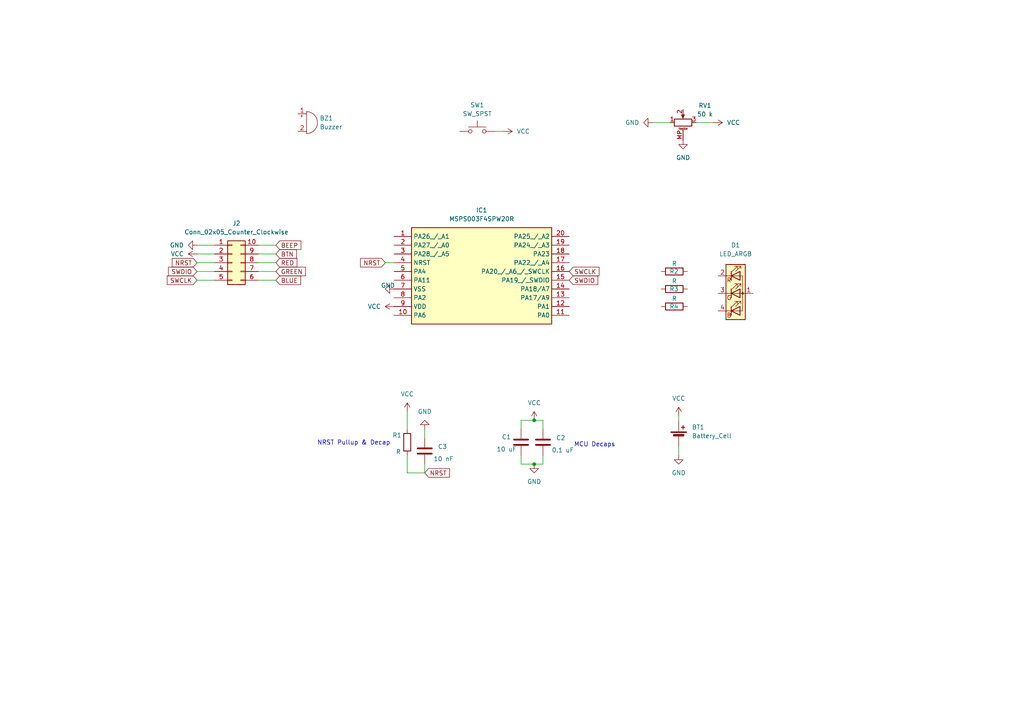
<source format=kicad_sch>
(kicad_sch (version 20231120) (generator "eeschema") (generator_version "8.0")
  (paper "A4")
  (lib_symbols
    (symbol "Connector_Generic:Conn_02x05_Counter_Clockwise" (pin_names (offset 1.016) hide)
      (property "Reference" "J" (at 1.27 7.62 0))
      (property "Value" "Conn_02x05_Counter_Clockwise" (at 1.27 -7.62 0))
      (symbol "Conn_02x05_Counter_Clockwise_1_1"
        (rectangle (start -1.27 -4.953) (end 0 -5.207) (stroke (width 0.1524)))
        (rectangle (start -1.27 -2.413) (end 0 -2.667) (stroke (width 0.1524)))
        (rectangle (start -1.27 0.127) (end 0 -0.127) (stroke (width 0.1524)))
        (rectangle (start -1.27 2.667) (end 0 2.413) (stroke (width 0.1524)))
        (rectangle (start -1.27 5.207) (end 0 4.953) (stroke (width 0.1524)))
        (rectangle (start -1.27 6.35) (end 3.81 -6.35) (stroke (width 0.254)) (fill (type background)))
        (rectangle (start 3.81 -4.953) (end 2.54 -5.207) (stroke (width 0.1524)))
        (rectangle (start 3.81 -2.413) (end 2.54 -2.667) (stroke (width 0.1524)))
        (rectangle (start 3.81 0.127) (end 2.54 -0.127) (stroke (width 0.1524)))
        (rectangle (start 3.81 2.667) (end 2.54 2.413) (stroke (width 0.1524)))
        (rectangle (start 3.81 5.207) (end 2.54 4.953) (stroke (width 0.1524)))
        (pin passive line (at -5.08 5.08 0) (length 3.81) (name "Pin_1") (number "1"))
        (pin passive line (at 7.62 5.08 180) (length 3.81) (name "Pin_10") (number "10"))
        (pin passive line (at -5.08 2.54 0) (length 3.81) (name "Pin_2") (number "2"))
        (pin passive line (at -5.08 0 0) (length 3.81) (name "Pin_3") (number "3"))
        (pin passive line (at -5.08 -2.54 0) (length 3.81) (name "Pin_4") (number "4"))
        (pin passive line (at -5.08 -5.08 0) (length 3.81) (name "Pin_5") (number "5"))
        (pin passive line (at 7.62 -5.08 180) (length 3.81) (name "Pin_6") (number "6"))
        (pin passive line (at 7.62 -2.54 180) (length 3.81) (name "Pin_7") (number "7"))
        (pin passive line (at 7.62 0 180) (length 3.81) (name "Pin_8") (number "8"))
        (pin passive line (at 7.62 2.54 180) (length 3.81) (name "Pin_9") (number "9"))
      )
    )
    (symbol "Device:Battery_Cell" (pin_numbers hide) (pin_names (offset 0) hide)
      (property "Reference" "BT" (at 2.54 2.54 0))
      (property "Value" "Battery_Cell" (at 2.54 0 0))
      (symbol "Battery_Cell_0_1"
        (rectangle (start -2.286 1.778) (end 2.286 1.524) (fill (type outline)))
        (rectangle (start -1.524 1.016) (end 1.524 0.508) (fill (type outline)))
        (polyline (pts (xy 0 0.762) (xy 0 0)))
        (polyline (pts (xy 0 1.778) (xy 0 2.54)))
        (polyline (pts (xy 0.762 3.048) (xy 1.778 3.048)) (stroke (width 0.254)))
        (polyline (pts (xy 1.27 3.556) (xy 1.27 2.54)) (stroke (width 0.254)))
      )
      (symbol "Battery_Cell_1_1"
        (pin passive line (at 0 5.08 270) (length 2.54) (name "+") (number "1"))
        (pin passive line (at 0 -2.54 90) (length 2.54) (name "-") (number "2"))
      )
    )
    (symbol "Device:Buzzer" (pin_names (offset 0.0254) hide)
      (property "Reference" "BZ" (at 3.81 1.27 0))
      (property "Value" "Buzzer" (at 3.81 -1.27 0))
      (symbol "Buzzer_0_1"
        (arc (start 0 -3.175) (mid 3.1612 0) (end 0 3.175))
        (polyline (pts (xy -1.651 1.905) (xy -1.143 1.905)))
        (polyline (pts (xy -1.397 2.159) (xy -1.397 1.651)))
        (polyline (pts (xy 0 3.175) (xy 0 -3.175)))
      )
      (symbol "Buzzer_1_1"
        (pin passive line (at -2.54 2.54 0) (length 2.54) (name "+") (number "1"))
        (pin passive line (at -2.54 -2.54 0) (length 2.54) (name "-") (number "2"))
      )
    )
    (symbol "Device:C" (pin_numbers hide) (pin_names (offset 0.254))
      (property "Reference" "C" (at 0.635 2.54 0))
      (property "Value" "C" (at 0.635 -2.54 0))
      (symbol "C_0_1"
        (polyline (pts (xy -2.032 -0.762) (xy 2.032 -0.762)) (stroke (width 0.508)))
        (polyline (pts (xy -2.032 0.762) (xy 2.032 0.762)) (stroke (width 0.508)))
      )
      (symbol "C_1_1"
        (pin passive line (at 0 3.81 270) (length 2.794) (name "~") (number "1"))
        (pin passive line (at 0 -3.81 90) (length 2.794) (name "~") (number "2"))
      )
    )
    (symbol "Device:LED_ARGB" (pin_names (offset 0) hide)
      (property "Reference" "D" (at 0 9.398 0))
      (property "Value" "LED_ARGB" (at 0 -8.89 0))
      (symbol "LED_ARGB_0_0"
        (text "B" (at -1.905 -6.35 0) (effects (font (size 1.27 1.27))))
        (text "G" (at -1.905 -1.27 0) (effects (font (size 1.27 1.27))))
        (text "R" (at -1.905 3.81 0) (effects (font (size 1.27 1.27))))
      )
      (symbol "LED_ARGB_0_1"
        (polyline (pts (xy -1.27 -5.08) (xy -2.54 -5.08)))
        (polyline (pts (xy -1.27 -5.08) (xy 1.27 -5.08)))
        (polyline (pts (xy -1.27 -3.81) (xy -1.27 -6.35)) (stroke (width 0.254)))
        (polyline (pts (xy -1.27 0) (xy -2.54 0)))
        (polyline (pts (xy -1.27 1.27) (xy -1.27 -1.27)) (stroke (width 0.254)))
        (polyline (pts (xy -1.27 5.08) (xy -2.54 5.08)))
        (polyline (pts (xy -1.27 5.08) (xy 1.27 5.08)))
        (polyline (pts (xy -1.27 6.35) (xy -1.27 3.81)) (stroke (width 0.254)))
        (polyline (pts (xy 1.27 0) (xy -1.27 0)))
        (polyline (pts (xy 1.27 0) (xy 2.54 0)))
        (polyline (pts (xy -1.27 1.27) (xy -1.27 -1.27) (xy -1.27 -1.27)))
        (polyline (pts (xy -1.27 6.35) (xy -1.27 3.81) (xy -1.27 3.81)))
        (polyline (pts (xy 1.27 -5.08) (xy 2.032 -5.08) (xy 2.032 5.08) (xy 1.27 5.08)))
        (polyline (pts (xy 1.27 -3.81) (xy 1.27 -6.35) (xy -1.27 -5.08) (xy 1.27 -3.81)) (stroke (width 0.254)))
        (polyline (pts (xy 1.27 1.27) (xy 1.27 -1.27) (xy -1.27 0) (xy 1.27 1.27)) (stroke (width 0.254)))
        (polyline (pts (xy 1.27 6.35) (xy 1.27 3.81) (xy -1.27 5.08) (xy 1.27 6.35)) (stroke (width 0.254)))
        (polyline (pts (xy -1.016 -3.81) (xy 0.508 -2.286) (xy -0.254 -2.286) (xy 0.508 -2.286) (xy 0.508 -3.048)))
        (polyline (pts (xy -1.016 1.27) (xy 0.508 2.794) (xy -0.254 2.794) (xy 0.508 2.794) (xy 0.508 2.032)))
        (polyline (pts (xy -1.016 6.35) (xy 0.508 7.874) (xy -0.254 7.874) (xy 0.508 7.874) (xy 0.508 7.112)))
        (polyline (pts (xy 0 -3.81) (xy 1.524 -2.286) (xy 0.762 -2.286) (xy 1.524 -2.286) (xy 1.524 -3.048)))
        (polyline (pts (xy 0 1.27) (xy 1.524 2.794) (xy 0.762 2.794) (xy 1.524 2.794) (xy 1.524 2.032)))
        (polyline (pts (xy 0 6.35) (xy 1.524 7.874) (xy 0.762 7.874) (xy 1.524 7.874) (xy 1.524 7.112)))
        (rectangle (start 1.27 -1.27) (end 1.27 1.27))
        (rectangle (start 1.27 1.27) (end 1.27 1.27))
        (rectangle (start 1.27 3.81) (end 1.27 6.35))
        (rectangle (start 1.27 6.35) (end 1.27 6.35))
        (circle (center 2.032 0) (radius 0.254) (fill (type outline)))
        (rectangle (start 2.794 8.382) (end -2.794 -7.62) (stroke (width 0.254)) (fill (type background)))
      )
      (symbol "LED_ARGB_1_1"
        (pin passive line (at 5.08 0 180) (length 2.54) (name "A") (number "1"))
        (pin passive line (at -5.08 5.08 0) (length 2.54) (name "RK") (number "2"))
        (pin passive line (at -5.08 0 0) (length 2.54) (name "GK") (number "3"))
        (pin passive line (at -5.08 -5.08 0) (length 2.54) (name "BK") (number "4"))
      )
    )
    (symbol "Device:R" (pin_numbers hide) (pin_names (offset 0))
      (property "Reference" "R" (at 2.032 0 90))
      (property "Value" "R" (at 0 0 90))
      (symbol "R_0_1"
        (rectangle (start -1.016 -2.54) (end 1.016 2.54) (stroke (width 0.254)))
      )
      (symbol "R_1_1"
        (pin passive line (at 0 3.81 270) (length 1.27) (name "~") (number "1"))
        (pin passive line (at 0 -3.81 90) (length 1.27) (name "~") (number "2"))
      )
    )
    (symbol "Device:R_Potentiometer_MountingPin" (pin_names (offset 1.016) hide)
      (property "Reference" "RV" (at -8.255 0 90))
      (property "Value" "R_Potentiometer_MountingPin" (at -6.35 0 90))
      (symbol "R_Potentiometer_MountingPin_0_1"
        (polyline (pts (xy 2.54 0) (xy 1.524 0)))
        (polyline (pts (xy 1.143 0) (xy 2.286 0.508) (xy 2.286 -0.508)) (fill (type outline)))
        (rectangle (start 1.016 2.54) (end -1.016 -2.54) (stroke (width 0.254)))
      )
      (symbol "R_Potentiometer_MountingPin_1_1"
        (polyline (pts (xy -2.032 1.016) (xy -2.032 -1.016)) (stroke (width 0.1524)))
        (text "Mounting" (at -1.651 0 900) (effects (font (size 0.381 0.381))))
        (pin passive line (at 0 3.81 270) (length 1.27) (name "1") (number "1"))
        (pin passive line (at 3.81 0 180) (length 1.27) (name "2") (number "2"))
        (pin passive line (at 0 -3.81 90) (length 1.27) (name "3") (number "3"))
        (pin passive line (at -5.08 0 0) (length 3.048) (name "MountPin") (number "MP"))
      )
    )
    (symbol "ELEC327-Kicad:MSPS003F4SPW20R"
      (property "Reference" "IC" (at 46.99 7.62 0))
      (property "Value" "MSPS003F4SPW20R" (at 46.99 5.08 0))
      (symbol "MSPS003F4SPW20R_1_1"
        (rectangle (start 5.08 2.54) (end 45.72 -25.4) (stroke (width 0.254)) (fill (type background)))
        (pin passive line (at 0 0 0) (length 5.08) (name "PA26_/_A1") (number "1"))
        (pin passive line (at 0 -22.86 0) (length 5.08) (name "PA6") (number "10"))
        (pin passive line (at 50.8 -22.86 180) (length 5.08) (name "PA0") (number "11"))
        (pin passive line (at 50.8 -20.32 180) (length 5.08) (name "PA1") (number "12"))
        (pin passive line (at 50.8 -17.78 180) (length 5.08) (name "PA17/A9") (number "13"))
        (pin passive line (at 50.8 -15.24 180) (length 5.08) (name "PA18/A7") (number "14"))
        (pin passive line (at 50.8 -12.7 180) (length 5.08) (name "PA19_/_SWDIO") (number "15"))
        (pin passive line (at 50.8 -10.16 180) (length 5.08) (name "PA20_/_A6_/_SWCLK") (number "16"))
        (pin passive line (at 50.8 -7.62 180) (length 5.08) (name "PA22_/_A4") (number "17"))
        (pin passive line (at 50.8 -5.08 180) (length 5.08) (name "PA23") (number "18"))
        (pin passive line (at 50.8 -2.54 180) (length 5.08) (name "PA24_/_A3") (number "19"))
        (pin passive line (at 0 -2.54 0) (length 5.08) (name "PA27_/_A0") (number "2"))
        (pin passive line (at 50.8 0 180) (length 5.08) (name "PA25_/_A2") (number "20"))
        (pin passive line (at 0 -5.08 0) (length 5.08) (name "PA28_/_A5") (number "3"))
        (pin passive line (at 0 -7.62 0) (length 5.08) (name "NRST") (number "4"))
        (pin passive line (at 0 -10.16 0) (length 5.08) (name "PA4") (number "5"))
        (pin passive line (at 0 -12.7 0) (length 5.08) (name "PA11") (number "6"))
        (pin passive line (at 0 -15.24 0) (length 5.08) (name "VSS") (number "7"))
        (pin passive line (at 0 -17.78 0) (length 5.08) (name "PA2") (number "8"))
        (pin passive line (at 0 -20.32 0) (length 5.08) (name "VDD") (number "9"))
      )
    )
    (symbol "Switch:SW_Push" (pin_numbers hide) (pin_names (offset 1.016) hide)
      (property "Reference" "SW" (at 1.27 2.54 0))
      (property "Value" "SW_Push" (at 0 -1.524 0))
      (symbol "SW_Push_0_1"
        (circle (center -2.032 0) (radius 0.508))
        (polyline (pts (xy 0 1.27) (xy 0 3.048)))
        (polyline (pts (xy 2.54 1.27) (xy -2.54 1.27)))
        (circle (center 2.032 0) (radius 0.508))
        (pin passive line (at -5.08 0 0) (length 2.54) (name "1") (number "1"))
        (pin passive line (at 5.08 0 180) (length 2.54) (name "2") (number "2"))
      )
    )
    (symbol "power:GND" (power) (pin_numbers hide) (pin_names (offset 0) hide)
      (property "Value" "GND" (at 0 -3.81 0))
      (symbol "GND_0_1"
        (polyline (pts (xy 0 0) (xy 0 -1.27) (xy 1.27 -1.27) (xy 0 -2.54) (xy -1.27 -1.27) (xy 0 -1.27)))
      )
      (symbol "GND_1_1"
        (pin power_in line (at 0 0 270) (length 0) (name "~") (number "1"))
      )
    )
    (symbol "power:VCC" (power) (pin_numbers hide) (pin_names (offset 0) hide)
      (property "Value" "VCC" (at 0 3.556 0))
      (symbol "VCC_0_1"
        (polyline (pts (xy -0.762 1.27) (xy 0 2.54)))
        (polyline (pts (xy 0 0) (xy 0 2.54)))
        (polyline (pts (xy 0 2.54) (xy 0.762 1.27)))
      )
      (symbol "VCC_1_1"
        (pin power_in line (at 0 0 90) (length 0) (name "~") (number "1"))
      )
    )
  )
  (junction (at 154.94 121.92))
  (junction (at 154.94 134.62))
  (wire (pts (xy 157.48 132.08) (xy 157.48 134.62)))
  (wire (pts (xy 74.93 73.66) (xy 80.01 73.66)))
  (wire (pts (xy 196.85 132.08) (xy 196.85 129.54)))
  (wire (pts (xy 62.23 76.2) (xy 57.15 76.2)))
  (wire (pts (xy 62.23 73.66) (xy 57.15 73.66)))
  (wire (pts (xy 196.85 121.92) (xy 196.85 120.65)))
  (wire (pts (xy 146.05 38.1) (xy 143.51 38.1)))
  (wire (pts (xy 123.19 134.62) (xy 123.19 137.16)))
  (wire (pts (xy 74.93 81.28) (xy 80.01 81.28)))
  (wire (pts (xy 189.23 35.56) (xy 194.31 35.56)))
  (wire (pts (xy 74.93 76.2) (xy 80.01 76.2)))
  (wire (pts (xy 118.11 132.08) (xy 118.11 137.16)))
  (wire (pts (xy 151.13 121.92) (xy 154.94 121.92)))
  (wire (pts (xy 74.93 78.74) (xy 80.01 78.74)))
  (wire (pts (xy 74.93 71.12) (xy 80.01 71.12)))
  (wire (pts (xy 62.23 71.12) (xy 57.15 71.12)))
  (wire (pts (xy 154.94 134.62) (xy 157.48 134.62)))
  (wire (pts (xy 118.11 137.16) (xy 123.19 137.16)))
  (wire (pts (xy 154.94 121.92) (xy 157.48 121.92)))
  (wire (pts (xy 151.13 121.92) (xy 151.13 124.46)))
  (wire (pts (xy 151.13 134.62) (xy 154.94 134.62)))
  (wire (pts (xy 62.23 78.74) (xy 57.15 78.74)))
  (wire (pts (xy 157.48 121.92) (xy 157.48 124.46)))
  (wire (pts (xy 207.01 35.56) (xy 201.93 35.56)))
  (wire (pts (xy 62.23 81.28) (xy 57.15 81.28)))
  (wire (pts (xy 111.76 76.2) (xy 114.3 76.2)))
  (wire (pts (xy 123.19 127) (xy 123.19 124.46)))
  (wire (pts (xy 151.13 132.08) (xy 151.13 134.62)))
  (wire (pts (xy 118.11 119.38) (xy 118.11 124.46)))
  (text "MCU Decaps" (at 172.466 129.032 0) (effects (font (size 1.27 1.27))))
  (text "NRST Pullup & Decap" (at 102.616 128.524 0) (effects (font (size 1.27 1.27))))
  (global_label "GREEN" (shape input) (at 80.01 78.74 0) (property "Intersheetrefs" "${INTERSHEET_REFS}" (effects (hide yes))))
  (global_label "BEEP" (shape input) (at 80.01 71.12 0) (property "Intersheetrefs" "${INTERSHEET_REFS}" (effects (hide yes))))
  (global_label "RED" (shape input) (at 80.01 76.2 0) (property "Intersheetrefs" "${INTERSHEET_REFS}" (effects (hide yes))))
  (global_label "NRST" (shape input) (at 111.76 76.2 180) (property "Intersheetrefs" "${INTERSHEET_REFS}" (effects (hide yes))))
  (global_label "NRST" (shape input) (at 57.15 76.2 180) (property "Intersheetrefs" "${INTERSHEET_REFS}" (effects (hide yes))))
  (global_label "BLUE" (shape input) (at 80.01 81.28 0) (property "Intersheetrefs" "${INTERSHEET_REFS}" (effects (hide yes))))
  (global_label "NRST" (shape input) (at 123.19 137.16 0) (property "Intersheetrefs" "${INTERSHEET_REFS}" (effects (hide yes))))
  (global_label "SWCLK" (shape input) (at 57.15 81.28 180) (property "Intersheetrefs" "${INTERSHEET_REFS}" (effects (hide yes))))
  (global_label "SWDIO" (shape input) (at 57.15 78.74 180) (property "Intersheetrefs" "${INTERSHEET_REFS}" (effects (hide yes))))
  (global_label "SWCLK" (shape input) (at 165.1 78.74 0) (property "Intersheetrefs" "${INTERSHEET_REFS}" (effects (hide yes))))
  (global_label "BTN" (shape input) (at 80.01 73.66 0) (property "Intersheetrefs" "${INTERSHEET_REFS}" (effects (hide yes))))
  (global_label "SWDIO" (shape input) (at 165.1 81.28 0) (property "Intersheetrefs" "${INTERSHEET_REFS}" (effects (hide yes))))
  (symbol (lib_id "power:VCC") (at 196.85 120.65 0) (unit 1)
    (property "Reference" "#PWR03" (effects (hide yes)))
    (property "Value" "VCC" (at 196.85 115.57 0))
    (property "Description" "Power symbol creates a global label with name \"VCC\"" (effects (hide yes)))
  )
  (symbol (lib_id "power:VCC") (at 207.01 35.56 270) (unit 1)
    (property "Reference" "#PWR07" (effects (hide yes)))
    (property "Value" "VCC" (at 210.82 35.5599 90) (effects (justify left)))
    (property "Description" "Power symbol creates a global label with name \"VCC\"" (effects (hide yes)))
  )
  (symbol (lib_id "Connector_Generic:Conn_02x05_Counter_Clockwise") (at 67.31 76.2 0) (unit 1)
    (property "Reference" "J2" (at 68.58 64.77 0))
    (property "Value" "Conn_02x05_Counter_Clockwise" (at 68.58 67.31 0))
    (property "Footprint" "Connector_PinHeader_2.54mm:PinHeader_2x05_P2.54mm_Vertical" (effects (hide yes)))
    (property "Description" "Generic connector, double row, 02x05, counter clockwise pin numbering scheme (similar to DIP package numbering), script generated (kicad-library-utils/schlib/autogen/connector/)" (effects (hide yes)))
  )
  (symbol (lib_id "power:VCC") (at 146.05 38.1 270) (unit 1)
    (property "Reference" "#PWR011" (effects (hide yes)))
    (property "Value" "VCC" (at 149.86 38.0999 90) (effects (justify left)))
    (property "Description" "Power symbol creates a global label with name \"VCC\"" (effects (hide yes)))
  )
  (symbol (lib_id "power:VCC") (at 57.15 73.66 90) (unit 1)
    (property "Reference" "#PWR06" (effects (hide yes)))
    (property "Value" "VCC" (at 53.34 73.6599 90) (effects (justify left)))
    (property "Description" "Power symbol creates a global label with name \"VCC\"" (effects (hide yes)))
  )
  (symbol (lib_id "power:GND") (at 123.19 124.46 180) (unit 1)
    (property "Reference" "#PWR020" (effects (hide yes)))
    (property "Value" "GND" (at 123.19 119.38 0))
    (property "Description" "Power symbol creates a global label with name \"GND\" , ground" (effects (hide yes)))
  )
  (symbol (lib_id "power:GND") (at 57.15 71.12 270) (unit 1)
    (property "Reference" "#PWR01" (effects (hide yes)))
    (property "Value" "GND" (at 53.34 71.1199 90) (effects (justify right)))
    (property "Description" "Power symbol creates a global label with name \"GND\" , ground" (effects (hide yes)))
  )
  (symbol (lib_id "Device:C") (at 123.19 130.81 0) (unit 1)
    (property "Reference" "C3" (at 127 129.5399 0) (effects (justify left)))
    (property "Value" "10 nF" (at 125.73 133.096 0) (effects (justify left)))
    (property "Footprint" "Capacitor_SMD:C_0805_2012Metric_Pad1.18x1.45mm_HandSolder" (effects (hide yes)))
    (property "Description" "Unpolarized capacitor" (effects (hide yes)))
  )
  (symbol (lib_id "Device:C") (at 157.48 128.27 0) (unit 1)
    (property "Reference" "C2" (at 161.29 126.9999 0) (effects (justify left)))
    (property "Value" "0.1 uF" (at 160.02 130.556 0) (effects (justify left)))
    (property "Footprint" "Capacitor_SMD:C_0805_2012Metric_Pad1.18x1.45mm_HandSolder" (effects (hide yes)))
    (property "Description" "Unpolarized capacitor" (effects (hide yes)))
  )
  (symbol (lib_id "power:GND") (at 196.85 132.08 0) (unit 1)
    (property "Reference" "#PWR05" (effects (hide yes)))
    (property "Value" "GND" (at 196.85 137.16 0))
    (property "Description" "Power symbol creates a global label with name \"GND\" , ground" (effects (hide yes)))
  )
  (symbol (lib_id "Device:LED_ARGB") (at 213.36 85.09 0) (unit 1)
    (property "Reference" "D1" (at 213.36 71.12 0))
    (property "Value" "LED_ARGB" (at 213.36 73.66 0))
    (property "Footprint" "LED_SMD:LED_RGB_1210" (effects (hide yes)))
    (property "Datasheet" "https://www.mouser.com/datasheet/2/180/IN_S128TATRGB_V1_0-1488531.pdf" (effects (hide yes)))
    (property "Description" "RGB LED, anode/red/green/blue" (effects (hide yes)))
  )
  (symbol (lib_id "Device:Buzzer") (at 88.9 35.56 0) (unit 1)
    (property "Reference" "BZ1" (at 92.71 34.2899 0) (effects (justify left)))
    (property "Value" "Buzzer" (at 92.71 36.8299 0) (effects (justify left)))
    (property "Footprint" "Buzzer_Beeper:Buzzer_Murata_PKMCS0909E" (effects (hide yes)))
    (property "Description" "Buzzer, polarized" (effects (hide yes)))
  )
  (symbol (lib_id "Device:R") (at 195.58 88.9 90) (unit 1)
    (property "Reference" "R4" (at 196.85 88.9 90) (effects (justify left)))
    (property "Value" "R" (at 196.342 86.614 90) (effects (justify left)))
    (property "Footprint" "Resistor_SMD:R_0805_2012Metric_Pad1.20x1.40mm_HandSolder" (effects (hide yes)))
    (property "Description" "Resistor" (effects (hide yes)))
  )
  (symbol (lib_id "ELEC327-Kicad:MSPS003F4SPW20R") (at 114.3 68.58 0) (unit 1)
    (property "Reference" "IC1" (at 139.7 60.96 0))
    (property "Value" "MSPS003F4SPW20R" (at 139.7 63.5 0))
    (property "Footprint" "Package_SO:TSSOP-20_4.4x6.5mm_P0.65mm" (effects (hide yes)))
    (property "Datasheet" "https://www.ti.com/lit/gpn/mspm0c1104" (effects (hide yes)))
    (property "Description" "Core  Arm 32-bit Cortex-M0+ CPU, frequency up to 24MHz  Operating characteristics  Extended temperature: 40C to 125C  Wide supply voltage range: 1.62V to 3.6V  Memories  Up to 16KB of flash  1KB of SRAM  High-performance analog peripherals  One analog-to-digital converter (ADC) with up to 10 total external channels, 1.7Msps at 10 bit or 1.5Msps at 12 bit with VDD as the voltage reference  Configurable 1.4V or 2.5V internal ADC voltage reference (VREF)  Integrated temperature" (effects (hide yes)))
    (property "Height" "1.2" (effects (hide yes)))
    (property "Mouser Part Number" "595-MSPS003F4SPW20R" (effects (hide yes)))
    (property "Mouser Price/Stock" "https://www.mouser.co.uk/ProductDetail/Texas-Instruments/MSPS003F4SPW20R?qs=IKkN%2F947nfB2%252B17BcsFJOQ%3D%3D" (effects (hide yes)))
    (property "Manufacturer_Name" "Texas Instruments" (effects (hide yes)))
    (property "Manufacturer_Part_Number" "MSPS003F4SPW20R" (effects (hide yes)))
  )
  (symbol (lib_id "Device:R") (at 195.58 78.74 90) (unit 1)
    (property "Reference" "R2" (at 196.85 78.74 90) (effects (justify left)))
    (property "Value" "R" (at 196.342 76.454 90) (effects (justify left)))
    (property "Footprint" "Resistor_SMD:R_0805_2012Metric_Pad1.20x1.40mm_HandSolder" (effects (hide yes)))
    (property "Description" "Resistor" (effects (hide yes)))
  )
  (symbol (lib_id "power:VCC") (at 114.3 88.9 90) (unit 1)
    (property "Reference" "#PWR02" (effects (hide yes)))
    (property "Value" "VCC" (at 110.49 88.8999 90) (effects (justify left)))
    (property "Description" "Power symbol creates a global label with name \"VCC\"" (effects (hide yes)))
  )
  (symbol (lib_id "Switch:SW_Push") (at 138.43 38.1 0) (unit 1)
    (property "Reference" "SW1" (at 138.43 30.48 0))
    (property "Value" "SW_SPST" (at 138.43 33.02 0))
    (property "Footprint" "Button_Switch_SMD:SW_SPST_PTS645" (effects (hide yes)))
    (property "Description" "Push button switch, generic, two pins" (effects (hide yes)))
  )
  (symbol (lib_id "power:GND") (at 114.3 83.82 270) (unit 1)
    (property "Reference" "#PWR09" (effects (hide yes)))
    (property "Value" "GND" (at 112.522 82.804 90))
    (property "Description" "Power symbol creates a global label with name \"GND\" , ground" (effects (hide yes)))
  )
  (symbol (lib_id "power:GND") (at 154.94 134.62 0) (unit 1)
    (property "Reference" "#PWR010" (effects (hide yes)))
    (property "Value" "GND" (at 154.94 139.7 0))
    (property "Description" "Power symbol creates a global label with name \"GND\" , ground" (effects (hide yes)))
  )
  (symbol (lib_id "power:VCC") (at 154.94 121.92 0) (unit 1)
    (property "Reference" "#PWR014" (effects (hide yes)))
    (property "Value" "VCC" (at 154.94 116.84 0))
    (property "Description" "Power symbol creates a global label with name \"VCC\"" (effects (hide yes)))
  )
  (symbol (lib_id "power:GND") (at 198.12 40.64 0) (unit 1)
    (property "Reference" "#PWR04" (effects (hide yes)))
    (property "Value" "GND" (at 198.12 45.72 0))
    (property "Description" "Power symbol creates a global label with name \"GND\" , ground" (effects (hide yes)))
  )
  (symbol (lib_id "Device:R_Potentiometer_MountingPin") (at 198.12 35.56 90) (unit 1)
    (property "Reference" "RV1" (at 204.47 30.6068 90))
    (property "Value" "50 k" (at 204.47 33.1468 90))
    (property "Footprint" "Potentiometer_THT:Potentiometer_Alps_RK09K_Single_Vertical" (effects (hide yes)))
    (property "Description" "Potentiometer with a mounting pin" (effects (hide yes)))
  )
  (symbol (lib_id "Device:C") (at 151.13 128.27 0) (unit 1)
    (property "Reference" "C1" (at 145.542 126.746 0) (effects (justify left)))
    (property "Value" "10 uF" (at 144.018 130.302 0) (effects (justify left)))
    (property "Footprint" "Capacitor_SMD:C_1210_3225Metric_Pad1.33x2.70mm_HandSolder" (effects (hide yes)))
    (property "Description" "Unpolarized capacitor" (effects (hide yes)))
  )
  (symbol (lib_id "power:VCC") (at 118.11 119.38 0) (unit 1)
    (property "Reference" "#PWR019" (effects (hide yes)))
    (property "Value" "VCC" (at 118.11 114.3 0))
    (property "Description" "Power symbol creates a global label with name \"VCC\"" (effects (hide yes)))
  )
  (symbol (lib_id "Device:R") (at 195.58 83.82 90) (unit 1)
    (property "Reference" "R3" (at 196.85 83.82 90) (effects (justify left)))
    (property "Value" "R" (at 196.342 81.534 90) (effects (justify left)))
    (property "Footprint" "Resistor_SMD:R_0805_2012Metric_Pad1.20x1.40mm_HandSolder" (effects (hide yes)))
    (property "Description" "Resistor" (effects (hide yes)))
  )
  (symbol (lib_id "Device:R") (at 118.11 128.27 0) (unit 1)
    (property "Reference" "R1" (at 113.792 126.238 0) (effects (justify left)))
    (property "Value" "R" (at 114.808 131.064 0) (effects (justify left)))
    (property "Footprint" "Resistor_SMD:R_0805_2012Metric_Pad1.20x1.40mm_HandSolder" (effects (hide yes)))
    (property "Description" "Resistor" (effects (hide yes)))
  )
  (symbol (lib_id "Device:Battery_Cell") (at 196.85 127 0) (unit 1)
    (property "Reference" "BT1" (at 200.66 123.8884 0) (effects (justify left)))
    (property "Value" "Battery_Cell" (at 200.66 126.4284 0) (effects (justify left)))
    (property "Footprint" "Battery:BatteryHolder_Keystone_1060_1x2032" (effects (hide yes)))
    (property "Description" "Single-cell battery" (effects (hide yes)))
  )
  (symbol (lib_id "power:GND") (at 189.23 35.56 270) (unit 1)
    (property "Reference" "#PWR08" (effects (hide yes)))
    (property "Value" "GND" (at 185.42 35.5599 90) (effects (justify right)))
    (property "Description" "Power symbol creates a global label with name \"GND\" , ground" (effects (hide yes)))
  )
)
</source>
